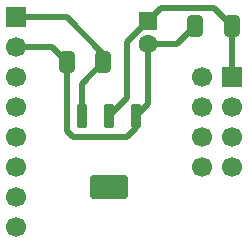
<source format=gbr>
%TF.GenerationSoftware,KiCad,Pcbnew,9.0.3*%
%TF.CreationDate,2025-10-19T16:24:49+11:00*%
%TF.ProjectId,NRF24L01-better-breakout,4e524632-344c-4303-912d-626574746572,rev?*%
%TF.SameCoordinates,Original*%
%TF.FileFunction,Copper,L1,Top*%
%TF.FilePolarity,Positive*%
%FSLAX46Y46*%
G04 Gerber Fmt 4.6, Leading zero omitted, Abs format (unit mm)*
G04 Created by KiCad (PCBNEW 9.0.3) date 2025-10-19 16:24:49*
%MOMM*%
%LPD*%
G01*
G04 APERTURE LIST*
G04 Aperture macros list*
%AMRoundRect*
0 Rectangle with rounded corners*
0 $1 Rounding radius*
0 $2 $3 $4 $5 $6 $7 $8 $9 X,Y pos of 4 corners*
0 Add a 4 corners polygon primitive as box body*
4,1,4,$2,$3,$4,$5,$6,$7,$8,$9,$2,$3,0*
0 Add four circle primitives for the rounded corners*
1,1,$1+$1,$2,$3*
1,1,$1+$1,$4,$5*
1,1,$1+$1,$6,$7*
1,1,$1+$1,$8,$9*
0 Add four rect primitives between the rounded corners*
20,1,$1+$1,$2,$3,$4,$5,0*
20,1,$1+$1,$4,$5,$6,$7,0*
20,1,$1+$1,$6,$7,$8,$9,0*
20,1,$1+$1,$8,$9,$2,$3,0*%
G04 Aperture macros list end*
%TA.AperFunction,SMDPad,CuDef*%
%ADD10RoundRect,0.116250X-0.348750X0.873750X-0.348750X-0.873750X0.348750X-0.873750X0.348750X0.873750X0*%
%TD*%
%TA.AperFunction,SMDPad,CuDef*%
%ADD11RoundRect,0.247500X-1.367500X0.742500X-1.367500X-0.742500X1.367500X-0.742500X1.367500X0.742500X0*%
%TD*%
%TA.AperFunction,SMDPad,CuDef*%
%ADD12RoundRect,0.250000X0.412500X0.650000X-0.412500X0.650000X-0.412500X-0.650000X0.412500X-0.650000X0*%
%TD*%
%TA.AperFunction,ComponentPad*%
%ADD13RoundRect,0.250000X-0.550000X0.550000X-0.550000X-0.550000X0.550000X-0.550000X0.550000X0.550000X0*%
%TD*%
%TA.AperFunction,ComponentPad*%
%ADD14C,1.600000*%
%TD*%
%TA.AperFunction,ComponentPad*%
%ADD15R,1.700000X1.700000*%
%TD*%
%TA.AperFunction,ComponentPad*%
%ADD16C,1.700000*%
%TD*%
%TA.AperFunction,SMDPad,CuDef*%
%ADD17RoundRect,0.250000X-0.412500X-0.650000X0.412500X-0.650000X0.412500X0.650000X-0.412500X0.650000X0*%
%TD*%
%TA.AperFunction,Conductor*%
%ADD18C,0.500000*%
%TD*%
G04 APERTURE END LIST*
D10*
%TO.P,U1,1,GND*%
%TO.N,GND*%
X111012000Y-71107500D03*
%TO.P,U1,2,VOUT*%
%TO.N,3V3*%
X108712000Y-71107500D03*
%TO.P,U1,3,VIN*%
%TO.N,VCC*%
X106412000Y-71107500D03*
D11*
%TO.P,U1,4,VOUT__1*%
%TO.N,unconnected-(U1-VOUT__1-Pad4)*%
X108712000Y-77137500D03*
%TD*%
D12*
%TO.P,C2_2,1*%
%TO.N,3V3*%
X119126000Y-63500000D03*
%TO.P,C2_2,2*%
%TO.N,GND*%
X116001000Y-63500000D03*
%TD*%
D13*
%TO.P,C2_1,1*%
%TO.N,3V3*%
X112014000Y-63052888D03*
D14*
%TO.P,C2_1,2*%
%TO.N,GND*%
X112014000Y-65052888D03*
%TD*%
D15*
%TO.P,J1,1,Pin_1*%
%TO.N,3V3*%
X119146000Y-67818000D03*
D16*
%TO.P,J1,2,Pin_2*%
%TO.N,GND*%
X116606000Y-67818000D03*
%TO.P,J1,3,Pin_3*%
%TO.N,CSN*%
X119146000Y-70358000D03*
%TO.P,J1,4,Pin_4*%
%TO.N,CE*%
X116606000Y-70358000D03*
%TO.P,J1,5,Pin_5*%
%TO.N,MOSI*%
X119146000Y-72898000D03*
%TO.P,J1,6,Pin_6*%
%TO.N,SCk*%
X116606000Y-72898000D03*
%TO.P,J1,7,Pin_7*%
%TO.N,IRQ*%
X119146000Y-75438000D03*
%TO.P,J1,8,Pin_8*%
%TO.N,MISO*%
X116606000Y-75438000D03*
%TD*%
D17*
%TO.P,C1,1*%
%TO.N,GND*%
X105117500Y-66548000D03*
%TO.P,C1,2*%
%TO.N,VCC*%
X108242500Y-66548000D03*
%TD*%
D15*
%TO.P,J2,1,Pin_1*%
%TO.N,VCC*%
X100838000Y-62738000D03*
D16*
%TO.P,J2,2,Pin_2*%
%TO.N,GND*%
X100838000Y-65278000D03*
%TO.P,J2,3,Pin_3*%
%TO.N,CE*%
X100838000Y-67818000D03*
%TO.P,J2,4,Pin_4*%
%TO.N,CSN*%
X100838000Y-70358000D03*
%TO.P,J2,5,Pin_5*%
%TO.N,SCk*%
X100838000Y-72898000D03*
%TO.P,J2,6,Pin_6*%
%TO.N,MOSI*%
X100838000Y-75438000D03*
%TO.P,J2,7,Pin_7*%
%TO.N,MISO*%
X100838000Y-77978000D03*
%TO.P,J2,8,Pin_8*%
%TO.N,IRQ*%
X100838000Y-80518000D03*
%TD*%
D18*
%TO.N,VCC*%
X105156000Y-62738000D02*
X108242500Y-65824500D01*
X108242500Y-65824500D02*
X108242500Y-66548000D01*
X108242500Y-66548000D02*
X106412000Y-68378500D01*
X100838000Y-62738000D02*
X105156000Y-62738000D01*
X106412000Y-68378500D02*
X106412000Y-71107500D01*
%TO.N,GND*%
X105117500Y-66548000D02*
X105117500Y-72351500D01*
X110211500Y-72898000D02*
X111012000Y-72097500D01*
X114448112Y-65052888D02*
X116001000Y-63500000D01*
X100838000Y-65278000D02*
X103847500Y-65278000D01*
X112014000Y-70105500D02*
X111012000Y-71107500D01*
X112014000Y-65052888D02*
X112014000Y-70105500D01*
X105117500Y-72351500D02*
X105664000Y-72898000D01*
X111012000Y-72097500D02*
X111012000Y-71107500D01*
X112014000Y-65052888D02*
X114448112Y-65052888D01*
X103847500Y-65278000D02*
X105117500Y-66548000D01*
X105664000Y-72898000D02*
X110211500Y-72898000D01*
%TO.N,3V3*%
X108712000Y-71107500D02*
X110236000Y-69583500D01*
X119126000Y-67798000D02*
X119146000Y-67818000D01*
X119126000Y-63500000D02*
X119126000Y-67798000D01*
X117602000Y-61976000D02*
X119126000Y-63500000D01*
X110236000Y-64830888D02*
X112014000Y-63052888D01*
X110236000Y-69583500D02*
X110236000Y-64830888D01*
X112014000Y-63052888D02*
X113090888Y-61976000D01*
X113090888Y-61976000D02*
X117602000Y-61976000D01*
%TD*%
M02*

</source>
